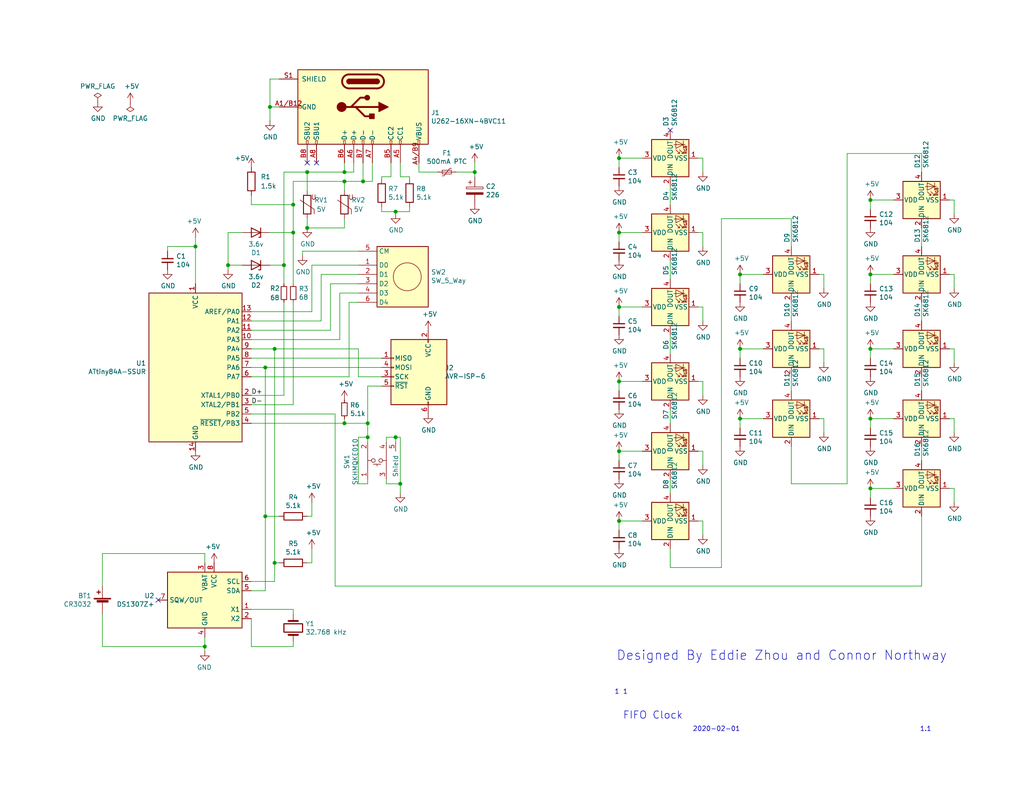
<source format=kicad_sch>
(kicad_sch (version 20211123) (generator eeschema)
  (paper "USLetter")
  (lib_symbols
    (symbol "Clock_Symbols:SKHMQKE010" (pin_names (offset 1.016))
      (property "Reference" "SW" (at 0 5.08 0))
      (property "Value" "SKHMQKE010" (at 0 -7.62 0))
      (symbol "SKHMQKE010_1_1"
        (pin passive line (at -5.08 2.54 0) (length 2.54) (name "~") (number "1"))
        (pin passive line (at 5.08 2.54 180) (length 2.54) (name "~") (number "2"))
        (pin passive line (at -5.08 -2.54 0) (length 2.54) (name "~") (number "3"))
        (pin passive line (at 5.08 -2.54 180) (length 2.54) (name "~") (number "4"))
        (pin power_in line (at 5.08 -5.08 180) (length 2.54) (name "Shield") (number "5"))
      )
    )
    (symbol "Clock_Symbols:SW_5_Way"
      (property "Reference" "SW" (at -6.35 8.89 0))
      (property "Value" "SW_5_Way" (at -6.35 -10.16 0))
      (symbol "SW_5_Way_1_1"
        (pin passive line (at 12.7 2.54 180) (length 5.08) (name "D0") (number "1"))
        (pin passive line (at 12.7 0 180) (length 5.08) (name "D1") (number "2"))
        (pin passive line (at 12.7 -2.54 180) (length 5.08) (name "D2") (number "3"))
        (pin passive line (at 12.7 -5.08 180) (length 5.08) (name "D3") (number "4"))
        (pin passive line (at 12.7 6.35 180) (length 5.08) (name "CM") (number "5"))
        (pin passive line (at 12.7 -7.62 180) (length 5.08) (name "D4") (number "6"))
      )
    )
    (symbol "Clock_Symbols:U262-16XN-4BVC11" (pin_names (offset 1.016))
      (property "Reference" "J" (at -8.89 21.59 0))
      (property "Value" "U262-16XN-4BVC11" (at 19.05 19.05 0))
      (symbol "U262-16XN-4BVC11_1_1"
        (pin power_in line (at 0 -22.86 90) (length 5.08) (name "GND") (number "A1/B12"))
        (pin passive line (at 0 -22.86 90) (length 5.08) hide (name "GND") (number "A12/B1"))
        (pin power_in line (at 15.24 15.24 180) (length 5.08) (name "VBUS") (number "A4/B9"))
        (pin bidirectional line (at 15.24 10.16 180) (length 5.08) (name "CC1") (number "A5"))
        (pin bidirectional line (at 15.24 -2.54 180) (length 5.08) (name "D+") (number "A6"))
        (pin bidirectional line (at 15.24 2.54 180) (length 5.08) (name "D-") (number "A7"))
        (pin bidirectional line (at 15.24 -12.7 180) (length 5.08) (name "SBU1") (number "A8"))
        (pin passive line (at 15.24 15.24 180) (length 5.08) hide (name "VBUS") (number "A9/B4"))
        (pin bidirectional line (at 15.24 7.62 180) (length 5.08) (name "CC2") (number "B5"))
        (pin bidirectional line (at 15.24 -5.08 180) (length 5.08) (name "D+") (number "B6"))
        (pin bidirectional line (at 15.24 0 180) (length 5.08) (name "D-") (number "B7"))
        (pin bidirectional line (at 15.24 -15.24 180) (length 5.08) (name "SBU2") (number "B8"))
        (pin passive line (at -7.62 -22.86 90) (length 5.08) (name "SHIELD") (number "S1"))
      )
    )
    (symbol "Connector:AVR-ISP-6" (pin_names (offset 1.016))
      (property "Reference" "J" (at -6.35 11.43 0))
      (property "Value" "AVR-ISP-6" (at 0 11.43 0))
      (symbol "AVR-ISP-6_1_1"
        (pin passive line (at 10.16 5.08 180) (length 2.54) (name "MISO") (number "1"))
        (pin passive line (at -2.54 12.7 270) (length 2.54) (name "VCC") (number "2"))
        (pin passive line (at 10.16 0 180) (length 2.54) (name "SCK") (number "3"))
        (pin passive line (at 10.16 2.54 180) (length 2.54) (name "MOSI") (number "4"))
        (pin passive line (at 10.16 -2.54 180) (length 2.54) (name "~{RST}") (number "5"))
        (pin passive line (at -2.54 -10.16 90) (length 2.54) (name "GND") (number "6"))
      )
    )
    (symbol "Device:Battery_Cell" (pin_numbers hide) (pin_names (offset 0) hide)
      (property "Reference" "BT" (at 2.54 2.54 0))
      (property "Value" "Battery_Cell" (at 2.54 0 0))
      (symbol "Battery_Cell_1_1"
        (pin passive line (at 0 5.08 270) (length 2.54) (name "+") (number "1"))
        (pin passive line (at 0 -2.54 90) (length 2.54) (name "-") (number "2"))
      )
    )
    (symbol "Device:CP" (pin_numbers hide) (pin_names (offset 0.254))
      (property "Reference" "C" (at 0.635 2.54 0))
      (property "Value" "Device_CP" (at 0.635 -2.54 0))
      (symbol "CP_1_1"
        (pin passive line (at 0 3.81 270) (length 2.794) (name "~") (number "1"))
        (pin passive line (at 0 -3.81 90) (length 2.794) (name "~") (number "2"))
      )
    )
    (symbol "Device:C_Small" (pin_numbers hide) (pin_names (offset 0.254) hide)
      (property "Reference" "C" (at 0.254 1.778 0))
      (property "Value" "C_Small" (at 0.254 -2.032 0))
      (symbol "C_Small_1_1"
        (pin passive line (at 0 2.54 270) (length 2.032) (name "~") (number "1"))
        (pin passive line (at 0 -2.54 90) (length 2.032) (name "~") (number "2"))
      )
    )
    (symbol "Device:Crystal" (pin_numbers hide) (pin_names (offset 1.016) hide)
      (property "Reference" "Y" (at 0 3.81 0))
      (property "Value" "Crystal" (at 0 -3.81 0))
      (symbol "Crystal_1_1"
        (pin passive line (at -3.81 0 0) (length 1.27) (name "1") (number "1"))
        (pin passive line (at 3.81 0 180) (length 1.27) (name "2") (number "2"))
      )
    )
    (symbol "Device:D_Zener" (pin_numbers hide) (pin_names (offset 1.016) hide)
      (property "Reference" "D" (at 0 2.54 0))
      (property "Value" "D_Zener" (at 0 -2.54 0))
      (symbol "D_Zener_1_1"
        (pin passive line (at -3.81 0 0) (length 2.54) (name "K") (number "1"))
        (pin passive line (at 3.81 0 180) (length 2.54) (name "A") (number "2"))
      )
    )
    (symbol "Device:Polyfuse_Small" (pin_numbers hide) (pin_names (offset 0))
      (property "Reference" "F" (at -1.905 0 90))
      (property "Value" "Polyfuse_Small" (at 1.905 0 90))
      (symbol "Polyfuse_Small_1_1"
        (pin passive line (at 0 2.54 270) (length 0.635) (name "~") (number "1"))
        (pin passive line (at 0 -2.54 90) (length 0.635) (name "~") (number "2"))
      )
    )
    (symbol "Device:R" (pin_numbers hide) (pin_names (offset 0))
      (property "Reference" "R" (at 2.032 0 90))
      (property "Value" "R" (at 0 0 90))
      (symbol "R_1_1"
        (pin passive line (at 0 3.81 270) (length 1.27) (name "~") (number "1"))
        (pin passive line (at 0 -3.81 90) (length 1.27) (name "~") (number "2"))
      )
    )
    (symbol "Device:R_Small" (pin_numbers hide) (pin_names (offset 0.254) hide)
      (property "Reference" "R" (at 0.762 0.508 0))
      (property "Value" "R_Small" (at 0.762 -1.016 0))
      (symbol "R_Small_1_1"
        (pin passive line (at 0 2.54 270) (length 0.762) (name "~") (number "1"))
        (pin passive line (at 0 -2.54 90) (length 0.762) (name "~") (number "2"))
      )
    )
    (symbol "Device:Varistor" (pin_numbers hide) (pin_names (offset 0))
      (property "Reference" "RV" (at 3.175 0 90))
      (property "Value" "Varistor" (at -3.175 0 90))
      (symbol "Varistor_0_0"
        (text "U" (at -1.778 -2.032 0) (effects (font (size 1.27 1.27))))
      )
      (symbol "Varistor_1_1"
        (pin passive line (at 0 3.81 270) (length 1.27) (name "~") (number "1"))
        (pin passive line (at 0 -3.81 90) (length 1.27) (name "~") (number "2"))
      )
    )
    (symbol "LED:SK6812" (pin_names (offset 0.254))
      (property "Reference" "D" (at 5.08 5.715 0))
      (property "Value" "SK6812" (at 1.27 -5.715 0))
      (symbol "SK6812_0_0"
        (text "RGB" (at 2.286 -4.191 0) (effects (font (size 0.762 0.762))))
      )
      (symbol "SK6812_1_1"
        (pin power_in line (at 0 -7.62 90) (length 2.54) (name "VSS") (number "1"))
        (pin input line (at -7.62 0 0) (length 2.54) (name "DIN") (number "2"))
        (pin power_in line (at 0 7.62 270) (length 2.54) (name "VDD") (number "3"))
        (pin output line (at 7.62 0 180) (length 2.54) (name "DOUT") (number "4"))
      )
    )
    (symbol "MCU_Microchip_ATtiny:ATtiny84A-SSU"
      (property "Reference" "U" (at -12.7 21.59 0))
      (property "Value" "MCU_Microchip_ATtiny_ATtiny84A-SSU" (at 2.54 -21.59 0))
      (symbol "ATtiny84A-SSU_1_1"
        (pin power_in line (at 0 22.86 270) (length 2.54) (name "VCC") (number "1"))
        (pin tri_state line (at 15.24 7.62 180) (length 2.54) (name "PA3") (number "10"))
        (pin tri_state line (at 15.24 10.16 180) (length 2.54) (name "PA2") (number "11"))
        (pin tri_state line (at 15.24 12.7 180) (length 2.54) (name "PA1") (number "12"))
        (pin tri_state line (at 15.24 15.24 180) (length 2.54) (name "AREF/PA0") (number "13"))
        (pin power_in line (at 0 -22.86 90) (length 2.54) (name "GND") (number "14"))
        (pin tri_state line (at 15.24 -7.62 180) (length 2.54) (name "XTAL1/PB0") (number "2"))
        (pin tri_state line (at 15.24 -10.16 180) (length 2.54) (name "XTAL2/PB1") (number "3"))
        (pin tri_state line (at 15.24 -15.24 180) (length 2.54) (name "~{RESET}/PB3") (number "4"))
        (pin tri_state line (at 15.24 -12.7 180) (length 2.54) (name "PB2") (number "5"))
        (pin tri_state line (at 15.24 -2.54 180) (length 2.54) (name "PA7") (number "6"))
        (pin tri_state line (at 15.24 0 180) (length 2.54) (name "PA6") (number "7"))
        (pin tri_state line (at 15.24 2.54 180) (length 2.54) (name "PA5") (number "8"))
        (pin tri_state line (at 15.24 5.08 180) (length 2.54) (name "PA4") (number "9"))
      )
    )
    (symbol "Timer_RTC:DS1307ZN+"
      (property "Reference" "U" (at -8.89 8.89 0))
      (property "Value" "DS1307ZN+" (at 1.27 8.89 0))
      (symbol "DS1307ZN+_1_1"
        (pin input line (at -12.7 -2.54 0) (length 2.54) (name "X1") (number "1"))
        (pin input line (at -12.7 -5.08 0) (length 2.54) (name "X2") (number "2"))
        (pin power_in line (at 0 10.16 270) (length 2.54) (name "VBAT") (number "3"))
        (pin power_in line (at 0 -10.16 90) (length 2.54) (name "GND") (number "4"))
        (pin bidirectional line (at -12.7 2.54 0) (length 2.54) (name "SDA") (number "5"))
        (pin input line (at -12.7 5.08 0) (length 2.54) (name "SCL") (number "6"))
        (pin open_collector line (at 12.7 0 180) (length 2.54) (name "SQW/OUT") (number "7"))
        (pin power_in line (at -2.54 10.16 270) (length 2.54) (name "VCC") (number "8"))
      )
    )
    (symbol "power:+5V" (power) (pin_names (offset 0))
      (property "Value" "+5V" (at 0 3.556 0))
      (symbol "+5V_1_1"
        (pin power_in line (at 0 0 90) (length 0) hide (name "+5V") (number "1"))
      )
    )
    (symbol "power:GND" (power) (pin_names (offset 0))
      (property "Value" "GND" (at 0 -3.81 0))
      (symbol "GND_1_1"
        (pin power_in line (at 0 0 270) (length 0) hide (name "GND") (number "1"))
      )
    )
    (symbol "power:PWR_FLAG" (power) (pin_numbers hide) (pin_names (offset 0) hide)
      (property "Value" "PWR_FLAG" (at 0 3.81 0))
      (symbol "PWR_FLAG_0_0"
        (pin power_out line (at 0 0 90) (length 0) (name "pwr") (number "1"))
      )
    )
  )
  (junction (at 107.95 119.38))
  (junction (at 201.93 74.93))
  (junction (at 237.49 114.3))
  (junction (at 168.91 63.5))
  (junction (at 72.39 140.97))
  (junction (at 168.91 83.82))
  (junction (at 73.66 29.21))
  (junction (at 74.93 95.25))
  (junction (at 109.22 132.08))
  (junction (at 83.82 62.23))
  (junction (at 168.91 104.14))
  (junction (at 99.06 49.53))
  (junction (at 168.91 142.24))
  (junction (at 80.01 63.5))
  (junction (at 53.34 67.31))
  (junction (at 83.82 46.99))
  (junction (at 237.49 54.61))
  (junction (at 100.33 115.57))
  (junction (at 201.93 114.3))
  (junction (at 93.98 46.99))
  (junction (at 62.23 72.39))
  (junction (at 107.95 57.785))
  (junction (at 77.47 72.39))
  (junction (at 168.91 123.19))
  (junction (at 80.01 55.88))
  (junction (at 237.49 133.35))
  (junction (at 100.33 119.38))
  (junction (at 201.93 95.25))
  (junction (at 74.93 153.67))
  (junction (at 237.49 95.25))
  (junction (at 129.54 46.99))
  (junction (at 93.98 49.53))
  (junction (at 55.88 176.53))
  (junction (at 237.49 74.93))
  (junction (at 93.98 115.57))
  (junction (at 72.39 100.33))
  (junction (at 168.91 43.18))
  (no_connect (at 182.88 35.56))
  (no_connect (at 43.18 163.83))
  (no_connect (at 83.82 44.45))
  (no_connect (at 86.36 44.45))
  (wire (pts (xy 105.41 130.81) (xy 105.41 132.08)))
  (wire (pts (xy 107.95 57.785) (xy 111.76 57.785)))
  (wire (pts (xy 243.84 133.35) (xy 237.49 133.35)))
  (wire (pts (xy 80.01 166.37) (xy 80.01 167.64)))
  (wire (pts (xy 191.77 142.24) (xy 191.77 146.05)))
  (wire (pts (xy 80.01 63.5) (xy 80.01 77.47)))
  (wire (pts (xy 124.46 46.99) (xy 129.54 46.99)))
  (wire (pts (xy 97.79 102.87) (xy 104.14 102.87)))
  (wire (pts (xy 259.08 95.25) (xy 260.35 95.25)))
  (wire (pts (xy 208.28 74.93) (xy 201.93 74.93)))
  (wire (pts (xy 243.84 114.3) (xy 237.49 114.3)))
  (wire (pts (xy 190.5 43.18) (xy 191.77 43.18)))
  (wire (pts (xy 74.93 95.25) (xy 74.93 153.67)))
  (wire (pts (xy 175.26 43.18) (xy 168.91 43.18)))
  (wire (pts (xy 215.9 87.63) (xy 215.9 82.55)))
  (wire (pts (xy 201.93 114.3) (xy 201.93 116.84)))
  (wire (pts (xy 55.88 177.8) (xy 55.88 176.53)))
  (wire (pts (xy 182.88 96.52) (xy 182.88 91.44)))
  (wire (pts (xy 68.58 90.17) (xy 90.17 90.17)))
  (wire (pts (xy 80.01 49.53) (xy 93.98 49.53)))
  (wire (pts (xy 168.91 142.24) (xy 168.91 144.78)))
  (wire (pts (xy 182.88 76.2) (xy 182.88 71.12)))
  (wire (pts (xy 215.9 106.68) (xy 215.9 102.87)))
  (wire (pts (xy 190.5 142.24) (xy 191.77 142.24)))
  (wire (pts (xy 68.58 115.57) (xy 93.98 115.57)))
  (wire (pts (xy 93.98 62.23) (xy 93.98 59.69)))
  (wire (pts (xy 224.79 95.25) (xy 224.79 99.06)))
  (wire (pts (xy 85.09 153.67) (xy 85.09 149.86)))
  (wire (pts (xy 92.71 80.01) (xy 92.71 92.71)))
  (wire (pts (xy 109.22 134.62) (xy 109.22 132.08)))
  (wire (pts (xy 83.82 59.69) (xy 83.82 62.23)))
  (wire (pts (xy 251.46 160.02) (xy 91.44 160.02)))
  (wire (pts (xy 72.39 100.33) (xy 72.39 140.97)))
  (wire (pts (xy 97.79 132.08) (xy 97.79 119.38)))
  (wire (pts (xy 72.39 161.29) (xy 68.58 161.29)))
  (wire (pts (xy 91.44 113.03) (xy 91.44 160.02)))
  (wire (pts (xy 106.68 44.45) (xy 106.68 48.26)))
  (wire (pts (xy 80.01 49.53) (xy 80.01 55.88)))
  (wire (pts (xy 77.47 72.39) (xy 77.47 77.47)))
  (wire (pts (xy 182.88 115.57) (xy 182.88 111.76)))
  (wire (pts (xy 251.46 67.31) (xy 251.46 62.23)))
  (wire (pts (xy 237.49 114.3) (xy 237.49 116.84)))
  (wire (pts (xy 68.58 53.34) (xy 68.58 55.88)))
  (wire (pts (xy 243.84 54.61) (xy 237.49 54.61)))
  (wire (pts (xy 101.6 44.45) (xy 101.6 49.53)))
  (wire (pts (xy 73.66 72.39) (xy 77.47 72.39)))
  (wire (pts (xy 27.94 167.64) (xy 27.94 176.53)))
  (wire (pts (xy 109.22 48.26) (xy 111.76 48.26)))
  (wire (pts (xy 72.39 140.97) (xy 76.2 140.97)))
  (wire (pts (xy 90.17 77.47) (xy 90.17 90.17)))
  (wire (pts (xy 201.93 95.25) (xy 201.93 97.79)))
  (wire (pts (xy 27.94 151.13) (xy 55.88 151.13)))
  (wire (pts (xy 111.76 48.26) (xy 111.76 48.895)))
  (wire (pts (xy 111.76 57.785) (xy 111.76 56.515)))
  (wire (pts (xy 80.01 55.88) (xy 80.01 63.5)))
  (wire (pts (xy 190.5 104.14) (xy 191.77 104.14)))
  (wire (pts (xy 215.9 121.92) (xy 215.9 132.08)))
  (wire (pts (xy 97.79 95.25) (xy 97.79 102.87)))
  (wire (pts (xy 97.79 132.08) (xy 100.33 132.08)))
  (wire (pts (xy 93.98 46.99) (xy 93.98 44.45)))
  (wire (pts (xy 93.98 114.3) (xy 93.98 115.57)))
  (wire (pts (xy 82.55 68.58) (xy 82.55 69.85)))
  (wire (pts (xy 93.98 49.53) (xy 99.06 49.53)))
  (wire (pts (xy 96.52 44.45) (xy 96.52 46.99)))
  (wire (pts (xy 97.79 68.58) (xy 82.55 68.58)))
  (wire (pts (xy 66.04 72.39) (xy 62.23 72.39)))
  (wire (pts (xy 73.66 21.59) (xy 73.66 29.21)))
  (wire (pts (xy 85.09 72.39) (xy 85.09 85.09)))
  (wire (pts (xy 168.91 123.19) (xy 168.91 125.73)))
  (wire (pts (xy 109.22 44.45) (xy 109.22 48.26)))
  (wire (pts (xy 27.94 151.13) (xy 27.94 160.02)))
  (wire (pts (xy 53.34 67.31) (xy 45.72 67.31)))
  (wire (pts (xy 87.63 74.93) (xy 97.79 74.93)))
  (wire (pts (xy 62.23 72.39) (xy 62.23 73.66)))
  (wire (pts (xy 97.79 82.55) (xy 95.25 82.55)))
  (wire (pts (xy 190.5 83.82) (xy 191.77 83.82)))
  (wire (pts (xy 109.22 132.08) (xy 109.22 119.38)))
  (wire (pts (xy 168.91 63.5) (xy 168.91 66.04)))
  (wire (pts (xy 260.35 74.93) (xy 260.35 78.74)))
  (wire (pts (xy 87.63 74.93) (xy 87.63 87.63)))
  (wire (pts (xy 260.35 95.25) (xy 260.35 99.06)))
  (wire (pts (xy 259.08 54.61) (xy 260.35 54.61)))
  (wire (pts (xy 72.39 140.97) (xy 72.39 161.29)))
  (wire (pts (xy 191.77 43.18) (xy 191.77 46.99)))
  (wire (pts (xy 107.95 119.38) (xy 105.41 119.38)))
  (wire (pts (xy 259.08 114.3) (xy 260.35 114.3)))
  (wire (pts (xy 83.82 140.97) (xy 85.09 140.97)))
  (wire (pts (xy 223.52 114.3) (xy 224.79 114.3)))
  (wire (pts (xy 191.77 67.31) (xy 191.77 63.5)))
  (wire (pts (xy 68.58 113.03) (xy 91.44 113.03)))
  (wire (pts (xy 107.95 120.65) (xy 107.95 119.38)))
  (wire (pts (xy 80.01 176.53) (xy 80.01 175.26)))
  (wire (pts (xy 175.26 142.24) (xy 168.91 142.24)))
  (wire (pts (xy 68.58 166.37) (xy 80.01 166.37)))
  (wire (pts (xy 53.34 67.31) (xy 53.34 77.47)))
  (wire (pts (xy 55.88 176.53) (xy 55.88 173.99)))
  (wire (pts (xy 45.72 67.31) (xy 45.72 68.58)))
  (wire (pts (xy 68.58 92.71) (xy 92.71 92.71)))
  (wire (pts (xy 208.28 114.3) (xy 201.93 114.3)))
  (wire (pts (xy 85.09 140.97) (xy 85.09 137.16)))
  (wire (pts (xy 68.58 97.79) (xy 104.14 97.79)))
  (wire (pts (xy 243.84 74.93) (xy 237.49 74.93)))
  (wire (pts (xy 100.33 132.08) (xy 100.33 130.81)))
  (wire (pts (xy 237.49 54.61) (xy 237.49 57.15)))
  (wire (pts (xy 231.14 41.91) (xy 251.46 41.91)))
  (wire (pts (xy 83.82 46.99) (xy 93.98 46.99)))
  (wire (pts (xy 99.06 49.53) (xy 101.6 49.53)))
  (wire (pts (xy 77.47 82.55) (xy 77.47 107.95)))
  (wire (pts (xy 182.88 134.62) (xy 182.88 130.81)))
  (wire (pts (xy 104.14 57.785) (xy 104.14 56.515)))
  (wire (pts (xy 72.39 100.33) (xy 104.14 100.33)))
  (wire (pts (xy 260.35 133.35) (xy 260.35 137.16)))
  (wire (pts (xy 68.58 176.53) (xy 80.01 176.53)))
  (wire (pts (xy 105.41 119.38) (xy 105.41 120.65)))
  (wire (pts (xy 96.52 46.99) (xy 93.98 46.99)))
  (wire (pts (xy 80.01 82.55) (xy 80.01 110.49)))
  (wire (pts (xy 129.54 46.99) (xy 129.54 48.26)))
  (wire (pts (xy 53.34 64.77) (xy 53.34 67.31)))
  (wire (pts (xy 175.26 83.82) (xy 168.91 83.82)))
  (wire (pts (xy 259.08 133.35) (xy 260.35 133.35)))
  (wire (pts (xy 107.95 58.42) (xy 107.95 57.785)))
  (wire (pts (xy 68.58 85.09) (xy 85.09 85.09)))
  (wire (pts (xy 99.06 44.45) (xy 99.06 49.53)))
  (wire (pts (xy 224.79 74.93) (xy 224.79 78.74)))
  (wire (pts (xy 114.3 46.99) (xy 114.3 44.45)))
  (wire (pts (xy 93.98 115.57) (xy 100.33 115.57)))
  (wire (pts (xy 85.09 153.67) (xy 83.82 153.67)))
  (wire (pts (xy 168.91 104.14) (xy 168.91 106.68)))
  (wire (pts (xy 83.82 52.07) (xy 83.82 46.99)))
  (wire (pts (xy 68.58 107.95) (xy 77.47 107.95)))
  (wire (pts (xy 114.3 46.99) (xy 119.38 46.99)))
  (wire (pts (xy 237.49 74.93) (xy 237.49 77.47)))
  (wire (pts (xy 55.88 151.13) (xy 55.88 153.67)))
  (wire (pts (xy 68.58 110.49) (xy 80.01 110.49)))
  (wire (pts (xy 251.46 125.73) (xy 251.46 121.92)))
  (wire (pts (xy 74.93 95.25) (xy 97.79 95.25)))
  (wire (pts (xy 100.33 105.41) (xy 104.14 105.41)))
  (wire (pts (xy 191.77 63.5) (xy 190.5 63.5)))
  (wire (pts (xy 223.52 74.93) (xy 224.79 74.93)))
  (wire (pts (xy 168.91 43.18) (xy 168.91 45.72)))
  (wire (pts (xy 109.22 119.38) (xy 107.95 119.38)))
  (wire (pts (xy 191.77 123.19) (xy 191.77 127)))
  (wire (pts (xy 201.93 74.93) (xy 201.93 77.47)))
  (wire (pts (xy 237.49 133.35) (xy 237.49 135.89)))
  (wire (pts (xy 77.47 46.99) (xy 83.82 46.99)))
  (wire (pts (xy 104.14 48.26) (xy 106.68 48.26)))
  (wire (pts (xy 77.47 46.99) (xy 77.47 72.39)))
  (wire (pts (xy 196.85 59.69) (xy 196.85 154.94)))
  (wire (pts (xy 68.58 55.88) (xy 80.01 55.88)))
  (wire (pts (xy 90.17 77.47) (xy 97.79 77.47)))
  (wire (pts (xy 100.33 119.38) (xy 100.33 115.57)))
  (wire (pts (xy 104.14 57.785) (xy 107.95 57.785)))
  (wire (pts (xy 83.82 62.23) (xy 93.98 62.23)))
  (wire (pts (xy 100.33 120.65) (xy 100.33 119.38)))
  (wire (pts (xy 251.46 87.63) (xy 251.46 82.55)))
  (wire (pts (xy 66.04 63.5) (xy 62.23 63.5)))
  (wire (pts (xy 191.77 83.82) (xy 191.77 87.63)))
  (wire (pts (xy 251.46 106.68) (xy 251.46 102.87)))
  (wire (pts (xy 62.23 63.5) (xy 62.23 72.39)))
  (wire (pts (xy 76.2 21.59) (xy 73.66 21.59)))
  (wire (pts (xy 223.52 95.25) (xy 224.79 95.25)))
  (wire (pts (xy 80.01 63.5) (xy 73.66 63.5)))
  (wire (pts (xy 93.98 52.07) (xy 93.98 49.53)))
  (wire (pts (xy 105.41 132.08) (xy 109.22 132.08)))
  (wire (pts (xy 74.93 153.67) (xy 76.2 153.67)))
  (wire (pts (xy 74.93 153.67) (xy 74.93 158.75)))
  (wire (pts (xy 231.14 41.91) (xy 231.14 132.08)))
  (wire (pts (xy 215.9 67.31) (xy 215.9 59.69)))
  (wire (pts (xy 97.79 80.01) (xy 92.71 80.01)))
  (wire (pts (xy 74.93 158.75) (xy 68.58 158.75)))
  (wire (pts (xy 260.35 114.3) (xy 260.35 118.11)))
  (wire (pts (xy 68.58 168.91) (xy 68.58 176.53)))
  (wire (pts (xy 68.58 102.87) (xy 95.25 102.87)))
  (wire (pts (xy 251.46 41.91) (xy 251.46 46.99)))
  (wire (pts (xy 129.54 44.45) (xy 129.54 46.99)))
  (wire (pts (xy 208.28 95.25) (xy 201.93 95.25)))
  (wire (pts (xy 68.58 100.33) (xy 72.39 100.33)))
  (wire (pts (xy 231.14 132.08) (xy 215.9 132.08)))
  (wire (pts (xy 243.84 95.25) (xy 237.49 95.25)))
  (wire (pts (xy 95.25 82.55) (xy 95.25 102.87)))
  (wire (pts (xy 68.58 87.63) (xy 87.63 87.63)))
  (wire (pts (xy 168.91 63.5) (xy 175.26 63.5)))
  (wire (pts (xy 175.26 104.14) (xy 168.91 104.14)))
  (wire (pts (xy 175.26 123.19) (xy 168.91 123.19)))
  (wire (pts (xy 190.5 123.19) (xy 191.77 123.19)))
  (wire (pts (xy 68.58 95.25) (xy 74.93 95.25)))
  (wire (pts (xy 182.88 55.88) (xy 182.88 50.8)))
  (wire (pts (xy 215.9 59.69) (xy 196.85 59.69)))
  (wire (pts (xy 260.35 54.61) (xy 260.35 58.42)))
  (wire (pts (xy 76.2 29.21) (xy 73.66 29.21)))
  (wire (pts (xy 85.09 72.39) (xy 97.79 72.39)))
  (wire (pts (xy 100.33 115.57) (xy 100.33 105.41)))
  (wire (pts (xy 182.88 149.86) (xy 182.88 154.94)))
  (wire (pts (xy 104.14 48.895) (xy 104.14 48.26)))
  (wire (pts (xy 100.33 119.38) (xy 97.79 119.38)))
  (wire (pts (xy 27.94 176.53) (xy 55.88 176.53)))
  (wire (pts (xy 259.08 74.93) (xy 260.35 74.93)))
  (wire (pts (xy 182.88 154.94) (xy 196.85 154.94)))
  (wire (pts (xy 191.77 104.14) (xy 191.77 107.95)))
  (wire (pts (xy 251.46 160.02) (xy 251.46 140.97)))
  (wire (pts (xy 237.49 95.25) (xy 237.49 97.79)))
  (wire (pts (xy 168.91 83.82) (xy 168.91 86.36)))
  (wire (pts (xy 73.66 29.21) (xy 73.66 33.02)))
  (wire (pts (xy 224.79 114.3) (xy 224.79 118.11)))
  (text "FIFO Clock" (at 169.926 196.596 0) (effects (font (size 2.0066 2.0066)) (justify left bottom)))
  (text "1" (at 169.926 189.738 0) (effects (font (size 1.27 1.27)) (justify left bottom)))
  (text "2020-02-01" (at 188.976 199.898 0) (effects (font (size 1.27 1.27)) (justify left bottom)))
  (text "Designed By Eddie Zhou and Connor Northway" (at 168.148 180.594 0) (effects (font (size 2.54 2.54)) (justify left bottom)))
  (text "1" (at 167.64 189.738 0) (effects (font (size 1.27 1.27)) (justify left bottom)))
  (text "1.1" (at 250.952 199.898 0) (effects (font (size 1.27 1.27)) (justify left bottom)))
  (label "D+" (at 68.58 107.95 0))
  (label "D-" (at 68.58 110.49 0))
  (symbol (lib_id "LED:SK6812") (at 182.88 142.24 90) (unit 1)
    (property "Reference" "D8" (at 181.7116 133.5786 0) (effects (justify left)))
    (property "Value" "SK6812" (at 184.023 133.5786 0) (effects (justify left)))
    (property "Footprint" "Clock_Footprints:LED_SK6812_PLCC4_5.0x5.0mm_P3.2mm_STEALTH" (effects hide))
    (property "Datasheet" "https://cdn-shop.adafruit.com/product-files/1138/SK6812+LED+datasheet+.pdf" (effects hide))
  )
  (symbol (lib_id "LED:SK6812") (at 182.88 123.19 90) (unit 1)
    (property "Reference" "D7" (at 181.7116 114.5286 0) (effects (justify left)))
    (property "Value" "SK6812" (at 184.023 114.5286 0) (effects (justify left)))
    (property "Footprint" "Clock_Footprints:LED_SK6812_PLCC4_5.0x5.0mm_P3.2mm_STEALTH" (effects hide))
    (property "Datasheet" "https://cdn-shop.adafruit.com/product-files/1138/SK6812+LED+datasheet+.pdf" (effects hide))
  )
  (symbol (lib_id "LED:SK6812") (at 182.88 104.14 90) (unit 1)
    (property "Reference" "D6" (at 181.7116 95.4786 0) (effects (justify left)))
    (property "Value" "SK6812" (at 184.023 95.4786 0) (effects (justify left)))
    (property "Footprint" "Clock_Footprints:LED_SK6812_PLCC4_5.0x5.0mm_P3.2mm_STEALTH" (effects hide))
    (property "Datasheet" "https://cdn-shop.adafruit.com/product-files/1138/SK6812+LED+datasheet+.pdf" (effects hide))
  )
  (symbol (lib_id "LED:SK6812") (at 182.88 83.82 90) (unit 1)
    (property "Reference" "D5" (at 181.7116 75.1586 0) (effects (justify left)))
    (property "Value" "SK6812" (at 184.023 75.1586 0) (effects (justify left)))
    (property "Footprint" "Clock_Footprints:LED_SK6812_PLCC4_5.0x5.0mm_P3.2mm_STEALTH" (effects hide))
    (property "Datasheet" "https://cdn-shop.adafruit.com/product-files/1138/SK6812+LED+datasheet+.pdf" (effects hide))
  )
  (symbol (lib_id "LED:SK6812") (at 182.88 63.5 90) (unit 1)
    (property "Reference" "D4" (at 181.7116 54.8386 0) (effects (justify left)))
    (property "Value" "SK6812" (at 184.023 54.8386 0) (effects (justify left)))
    (property "Footprint" "Clock_Footprints:LED_SK6812_PLCC4_5.0x5.0mm_P3.2mm_STEALTH" (effects hide))
    (property "Datasheet" "https://cdn-shop.adafruit.com/product-files/1138/SK6812+LED+datasheet+.pdf" (effects hide))
  )
  (symbol (lib_id "LED:SK6812") (at 182.88 43.18 90) (unit 1)
    (property "Reference" "D3" (at 181.7116 34.5186 0) (effects (justify left)))
    (property "Value" "SK6812" (at 184.023 34.5186 0) (effects (justify left)))
    (property "Footprint" "Clock_Footprints:LED_SK6812_PLCC4_5.0x5.0mm_P3.2mm_STEALTH" (effects hide))
    (property "Datasheet" "https://cdn-shop.adafruit.com/product-files/1138/SK6812+LED+datasheet+.pdf" (effects hide))
  )
  (symbol (lib_id "MCU_Microchip_ATtiny:ATtiny84A-SSU") (at 53.34 100.33 0) (unit 1)
    (property "Reference" "U1" (at 39.878 99.1616 0) (effects (justify right)))
    (property "Value" "ATtiny84A-SSUR" (at 39.878 101.473 0) (effects (justify right)))
    (property "Footprint" "Package_SO:SOIC-14_3.9x8.7mm_P1.27mm" (effects hide))
    (property "Datasheet" "http://ww1.microchip.com/downloads/en/DeviceDoc/doc8183.pdf" (effects hide))
  )
  (symbol (lib_id "Timer_RTC:DS1307ZN+") (at 55.88 163.83 0) (mirror y) (unit 1)
    (property "Reference" "U2" (at 42.1386 162.6616 0) (effects (justify left)))
    (property "Value" "DS1307Z+" (at 42.1386 164.973 0) (effects (justify left)))
    (property "Footprint" "Package_SO:SOIC-8_3.9x4.9mm_P1.27mm" (effects hide))
    (property "Datasheet" "https://datasheets.maximintegrated.com/en/ds/DS1307.pdf" (effects hide))
  )
  (symbol (lib_id "Device:Battery_Cell") (at 27.94 165.1 0) (mirror y) (unit 1)
    (property "Reference" "BT1" (at 24.9428 162.6616 0) (effects (justify left)))
    (property "Value" "CR3032" (at 24.9428 164.973 0) (effects (justify left)))
    (property "Footprint" "Clock_Footprints:BS-2-1" (effects hide))
  )
  (symbol (lib_id "Device:Crystal") (at 80.01 171.45 270) (unit 1)
    (property "Reference" "Y1" (at 83.3374 170.2816 90) (effects (justify left)))
    (property "Value" "32.768 kHz" (at 83.3374 172.593 90) (effects (justify left)))
    (property "Footprint" "Crystal:Crystal_DS26_D2.0mm_L6.0mm_Horizontal" (effects hide))
  )
  (symbol (lib_id "Device:C_Small") (at 168.91 48.26 0) (unit 1)
    (property "Reference" "C3" (at 171.2468 47.0916 0) (effects (justify left)))
    (property "Value" "104" (at 171.2468 49.403 0) (effects (justify left)))
    (property "Footprint" "Capacitor_SMD:C_0603_1608Metric_Pad1.05x0.95mm_HandSolder" (effects hide))
  )
  (symbol (lib_id "power:GND") (at 168.91 50.8 0) (unit 1)
    (property "Reference" "#PWR023" (effects hide))
    (property "Value" "GND" (at 169.037 55.1942 0))
  )
  (symbol (lib_id "power:+5V") (at 168.91 43.18 0) (unit 1)
    (property "Reference" "#PWR022" (effects hide))
    (property "Value" "+5V" (at 169.291 38.7858 0))
  )
  (symbol (lib_id "Device:C_Small") (at 168.91 68.58 0) (unit 1)
    (property "Reference" "C4" (at 171.2468 67.4116 0) (effects (justify left)))
    (property "Value" "104" (at 171.2468 69.723 0) (effects (justify left)))
    (property "Footprint" "Capacitor_SMD:C_0603_1608Metric_Pad1.05x0.95mm_HandSolder" (effects hide))
  )
  (symbol (lib_id "power:GND") (at 168.91 71.12 0) (unit 1)
    (property "Reference" "#PWR025" (effects hide))
    (property "Value" "GND" (at 169.037 75.5142 0))
  )
  (symbol (lib_id "power:+5V") (at 168.91 63.5 0) (unit 1)
    (property "Reference" "#PWR024" (effects hide))
    (property "Value" "+5V" (at 169.291 59.1058 0))
  )
  (symbol (lib_id "Device:C_Small") (at 168.91 88.9 0) (unit 1)
    (property "Reference" "C5" (at 171.2468 87.7316 0) (effects (justify left)))
    (property "Value" "104" (at 171.2468 90.043 0) (effects (justify left)))
    (property "Footprint" "Capacitor_SMD:C_0603_1608Metric_Pad1.05x0.95mm_HandSolder" (effects hide))
  )
  (symbol (lib_id "power:GND") (at 168.91 91.44 0) (unit 1)
    (property "Reference" "#PWR027" (effects hide))
    (property "Value" "GND" (at 169.037 95.8342 0))
  )
  (symbol (lib_id "power:+5V") (at 168.91 83.82 0) (unit 1)
    (property "Reference" "#PWR026" (effects hide))
    (property "Value" "+5V" (at 169.291 79.4258 0))
  )
  (symbol (lib_id "Device:C_Small") (at 168.91 109.22 0) (unit 1)
    (property "Reference" "C6" (at 171.2468 108.0516 0) (effects (justify left)))
    (property "Value" "104" (at 171.2468 110.363 0) (effects (justify left)))
    (property "Footprint" "Capacitor_SMD:C_0603_1608Metric_Pad1.05x0.95mm_HandSolder" (effects hide))
  )
  (symbol (lib_id "power:GND") (at 168.91 111.76 0) (unit 1)
    (property "Reference" "#PWR029" (effects hide))
    (property "Value" "GND" (at 169.037 116.1542 0))
  )
  (symbol (lib_id "power:+5V") (at 168.91 104.14 0) (unit 1)
    (property "Reference" "#PWR028" (effects hide))
    (property "Value" "+5V" (at 169.291 99.7458 0))
  )
  (symbol (lib_id "Device:C_Small") (at 168.91 128.27 0) (unit 1)
    (property "Reference" "C7" (at 171.2468 127.1016 0) (effects (justify left)))
    (property "Value" "104" (at 171.2468 129.413 0) (effects (justify left)))
    (property "Footprint" "Capacitor_SMD:C_0603_1608Metric_Pad1.05x0.95mm_HandSolder" (effects hide))
  )
  (symbol (lib_id "power:GND") (at 168.91 130.81 0) (unit 1)
    (property "Reference" "#PWR031" (effects hide))
    (property "Value" "GND" (at 169.037 135.2042 0))
  )
  (symbol (lib_id "power:+5V") (at 168.91 123.19 0) (unit 1)
    (property "Reference" "#PWR030" (effects hide))
    (property "Value" "+5V" (at 169.291 118.7958 0))
  )
  (symbol (lib_id "Device:C_Small") (at 168.91 147.32 0) (unit 1)
    (property "Reference" "C8" (at 171.2468 146.1516 0) (effects (justify left)))
    (property "Value" "104" (at 171.2468 148.463 0) (effects (justify left)))
    (property "Footprint" "Capacitor_SMD:C_0603_1608Metric_Pad1.05x0.95mm_HandSolder" (effects hide))
  )
  (symbol (lib_id "power:GND") (at 168.91 149.86 0) (unit 1)
    (property "Reference" "#PWR033" (effects hide))
    (property "Value" "GND" (at 169.037 154.2542 0))
  )
  (symbol (lib_id "power:+5V") (at 168.91 142.24 0) (unit 1)
    (property "Reference" "#PWR032" (effects hide))
    (property "Value" "+5V" (at 169.291 137.8458 0))
  )
  (symbol (lib_id "power:GND") (at 191.77 46.99 0) (unit 1)
    (property "Reference" "#PWR034" (effects hide))
    (property "Value" "GND" (at 191.897 51.3842 0))
  )
  (symbol (lib_id "power:GND") (at 191.77 67.31 0) (unit 1)
    (property "Reference" "#PWR035" (effects hide))
    (property "Value" "GND" (at 191.897 71.7042 0))
  )
  (symbol (lib_id "power:GND") (at 191.77 87.63 0) (unit 1)
    (property "Reference" "#PWR036" (effects hide))
    (property "Value" "GND" (at 191.897 92.0242 0))
  )
  (symbol (lib_id "power:GND") (at 191.77 107.95 0) (unit 1)
    (property "Reference" "#PWR037" (effects hide))
    (property "Value" "GND" (at 191.897 112.3442 0))
  )
  (symbol (lib_id "power:GND") (at 191.77 127 0) (unit 1)
    (property "Reference" "#PWR038" (effects hide))
    (property "Value" "GND" (at 191.897 131.3942 0))
  )
  (symbol (lib_id "power:GND") (at 191.77 146.05 0) (unit 1)
    (property "Reference" "#PWR039" (effects hide))
    (property "Value" "GND" (at 191.897 150.4442 0))
  )
  (symbol (lib_id "LED:SK6812") (at 215.9 114.3 90) (unit 1)
    (property "Reference" "D11" (at 214.7316 105.6386 0) (effects (justify left)))
    (property "Value" "SK6812" (at 217.043 105.6386 0) (effects (justify left)))
    (property "Footprint" "Clock_Footprints:LED_SK6812_PLCC4_5.0x5.0mm_P3.2mm_STEALTH" (effects hide))
    (property "Datasheet" "https://cdn-shop.adafruit.com/product-files/1138/SK6812+LED+datasheet+.pdf" (effects hide))
  )
  (symbol (lib_id "LED:SK6812") (at 215.9 95.25 90) (unit 1)
    (property "Reference" "D10" (at 214.7316 86.5886 0) (effects (justify left)))
    (property "Value" "SK6812" (at 217.043 86.5886 0) (effects (justify left)))
    (property "Footprint" "Clock_Footprints:LED_SK6812_PLCC4_5.0x5.0mm_P3.2mm_STEALTH" (effects hide))
    (property "Datasheet" "https://cdn-shop.adafruit.com/product-files/1138/SK6812+LED+datasheet+.pdf" (effects hide))
  )
  (symbol (lib_id "LED:SK6812") (at 215.9 74.93 90) (unit 1)
    (property "Reference" "D9" (at 214.7316 66.2686 0) (effects (justify left)))
    (property "Value" "SK6812" (at 217.043 66.2686 0) (effects (justify left)))
    (property "Footprint" "Clock_Footprints:LED_SK6812_PLCC4_5.0x5.0mm_P3.2mm_STEALTH" (effects hide))
    (property "Datasheet" "https://cdn-shop.adafruit.com/product-files/1138/SK6812+LED+datasheet+.pdf" (effects hide))
  )
  (symbol (lib_id "Device:C_Small") (at 201.93 80.01 0) (unit 1)
    (property "Reference" "C9" (at 204.2668 78.8416 0) (effects (justify left)))
    (property "Value" "104" (at 204.2668 81.153 0) (effects (justify left)))
    (property "Footprint" "Capacitor_SMD:C_0603_1608Metric_Pad1.05x0.95mm_HandSolder" (effects hide))
  )
  (symbol (lib_id "power:GND") (at 201.93 82.55 0) (unit 1)
    (property "Reference" "#PWR041" (effects hide))
    (property "Value" "GND" (at 202.057 86.9442 0))
  )
  (symbol (lib_id "power:+5V") (at 201.93 74.93 0) (unit 1)
    (property "Reference" "#PWR040" (effects hide))
    (property "Value" "+5V" (at 202.311 70.5358 0))
  )
  (symbol (lib_id "Device:C_Small") (at 201.93 100.33 0) (unit 1)
    (property "Reference" "C10" (at 204.2668 99.1616 0) (effects (justify left)))
    (property "Value" "104" (at 204.2668 101.473 0) (effects (justify left)))
    (property "Footprint" "Capacitor_SMD:C_0603_1608Metric_Pad1.05x0.95mm_HandSolder" (effects hide))
  )
  (symbol (lib_id "power:GND") (at 201.93 102.87 0) (unit 1)
    (property "Reference" "#PWR043" (effects hide))
    (property "Value" "GND" (at 202.057 107.2642 0))
  )
  (symbol (lib_id "power:+5V") (at 201.93 95.25 0) (unit 1)
    (property "Reference" "#PWR042" (effects hide))
    (property "Value" "+5V" (at 202.311 90.8558 0))
  )
  (symbol (lib_id "Device:C_Small") (at 201.93 119.38 0) (unit 1)
    (property "Reference" "C11" (at 204.2668 118.2116 0) (effects (justify left)))
    (property "Value" "104" (at 204.2668 120.523 0) (effects (justify left)))
    (property "Footprint" "Capacitor_SMD:C_0603_1608Metric_Pad1.05x0.95mm_HandSolder" (effects hide))
  )
  (symbol (lib_id "power:GND") (at 201.93 121.92 0) (unit 1)
    (property "Reference" "#PWR045" (effects hide))
    (property "Value" "GND" (at 202.057 126.3142 0))
  )
  (symbol (lib_id "power:+5V") (at 201.93 114.3 0) (unit 1)
    (property "Reference" "#PWR044" (effects hide))
    (property "Value" "+5V" (at 202.311 109.9058 0))
  )
  (symbol (lib_id "power:GND") (at 224.79 78.74 0) (unit 1)
    (property "Reference" "#PWR046" (effects hide))
    (property "Value" "GND" (at 224.917 83.1342 0))
  )
  (symbol (lib_id "power:GND") (at 224.79 99.06 0) (unit 1)
    (property "Reference" "#PWR047" (effects hide))
    (property "Value" "GND" (at 224.917 103.4542 0))
  )
  (symbol (lib_id "power:GND") (at 224.79 118.11 0) (unit 1)
    (property "Reference" "#PWR048" (effects hide))
    (property "Value" "GND" (at 224.917 122.5042 0))
  )
  (symbol (lib_id "LED:SK6812") (at 251.46 133.35 90) (unit 1)
    (property "Reference" "D16" (at 250.2916 124.6886 0) (effects (justify left)))
    (property "Value" "SK6812" (at 252.603 124.6886 0) (effects (justify left)))
    (property "Footprint" "Clock_Footprints:LED_SK6812_PLCC4_5.0x5.0mm_P3.2mm_STEALTH" (effects hide))
    (property "Datasheet" "https://cdn-shop.adafruit.com/product-files/1138/SK6812+LED+datasheet+.pdf" (effects hide))
  )
  (symbol (lib_id "LED:SK6812") (at 251.46 114.3 90) (unit 1)
    (property "Reference" "D15" (at 250.2916 105.6386 0) (effects (justify left)))
    (property "Value" "SK6812" (at 252.603 105.6386 0) (effects (justify left)))
    (property "Footprint" "Clock_Footprints:LED_SK6812_PLCC4_5.0x5.0mm_P3.2mm_STEALTH" (effects hide))
    (property "Datasheet" "https://cdn-shop.adafruit.com/product-files/1138/SK6812+LED+datasheet+.pdf" (effects hide))
  )
  (symbol (lib_id "LED:SK6812") (at 251.46 95.25 90) (unit 1)
    (property "Reference" "D14" (at 250.2916 86.5886 0) (effects (justify left)))
    (property "Value" "SK6812" (at 252.603 86.5886 0) (effects (justify left)))
    (property "Footprint" "Clock_Footprints:LED_SK6812_PLCC4_5.0x5.0mm_P3.2mm_STEALTH" (effects hide))
    (property "Datasheet" "https://cdn-shop.adafruit.com/product-files/1138/SK6812+LED+datasheet+.pdf" (effects hide))
  )
  (symbol (lib_id "LED:SK6812") (at 251.46 74.93 90) (unit 1)
    (property "Reference" "D13" (at 250.2916 66.2686 0) (effects (justify left)))
    (property "Value" "SK6812" (at 252.603 66.2686 0) (effects (justify left)))
    (property "Footprint" "Clock_Footprints:LED_SK6812_PLCC4_5.0x5.0mm_P3.2mm_STEALTH" (effects hide))
    (property "Datasheet" "https://cdn-shop.adafruit.com/product-files/1138/SK6812+LED+datasheet+.pdf" (effects hide))
  )
  (symbol (lib_id "LED:SK6812") (at 251.46 54.61 90) (unit 1)
    (property "Reference" "D12" (at 250.2916 45.9486 0) (effects (justify left)))
    (property "Value" "SK6812" (at 252.603 45.9486 0) (effects (justify left)))
    (property "Footprint" "Clock_Footprints:LED_SK6812_PLCC4_5.0x5.0mm_P3.2mm_STEALTH" (effects hide))
    (property "Datasheet" "https://cdn-shop.adafruit.com/product-files/1138/SK6812+LED+datasheet+.pdf" (effects hide))
  )
  (symbol (lib_id "Device:C_Small") (at 237.49 59.69 0) (unit 1)
    (property "Reference" "C12" (at 239.8268 58.5216 0) (effects (justify left)))
    (property "Value" "104" (at 239.8268 60.833 0) (effects (justify left)))
    (property "Footprint" "Capacitor_SMD:C_0603_1608Metric_Pad1.05x0.95mm_HandSolder" (effects hide))
  )
  (symbol (lib_id "power:GND") (at 237.49 62.23 0) (unit 1)
    (property "Reference" "#PWR050" (effects hide))
    (property "Value" "GND" (at 237.617 66.6242 0))
  )
  (symbol (lib_id "power:+5V") (at 237.49 54.61 0) (unit 1)
    (property "Reference" "#PWR049" (effects hide))
    (property "Value" "+5V" (at 237.871 50.2158 0))
  )
  (symbol (lib_id "Device:C_Small") (at 237.49 80.01 0) (unit 1)
    (property "Reference" "C13" (at 239.8268 78.8416 0) (effects (justify left)))
    (property "Value" "104" (at 239.8268 81.153 0) (effects (justify left)))
    (property "Footprint" "Capacitor_SMD:C_0603_1608Metric_Pad1.05x0.95mm_HandSolder" (effects hide))
  )
  (symbol (lib_id "power:GND") (at 237.49 82.55 0) (unit 1)
    (property "Reference" "#PWR052" (effects hide))
    (property "Value" "GND" (at 237.617 86.9442 0))
  )
  (symbol (lib_id "power:+5V") (at 237.49 74.93 0) (unit 1)
    (property "Reference" "#PWR051" (effects hide))
    (property "Value" "+5V" (at 237.871 70.5358 0))
  )
  (symbol (lib_id "Device:C_Small") (at 237.49 100.33 0) (unit 1)
    (property "Reference" "C14" (at 239.8268 99.1616 0) (effects (justify left)))
    (property "Value" "104" (at 239.8268 101.473 0) (effects (justify left)))
    (property "Footprint" "Capacitor_SMD:C_0603_1608Metric_Pad1.05x0.95mm_HandSolder" (effects hide))
  )
  (symbol (lib_id "power:GND") (at 237.49 102.87 0) (unit 1)
    (property "Reference" "#PWR054" (effects hide))
    (property "Value" "GND" (at 237.617 107.2642 0))
  )
  (symbol (lib_id "power:+5V") (at 237.49 95.25 0) (unit 1)
    (property "Reference" "#PWR053" (effects hide))
    (property "Value" "+5V" (at 237.871 90.8558 0))
  )
  (symbol (lib_id "Device:C_Small") (at 237.49 119.38 0) (unit 1)
    (property "Reference" "C15" (at 239.8268 118.2116 0) (effects (justify left)))
    (property "Value" "104" (at 239.8268 120.523 0) (effects (justify left)))
    (property "Footprint" "Capacitor_SMD:C_0603_1608Metric_Pad1.05x0.95mm_HandSolder" (effects hide))
  )
  (symbol (lib_id "power:GND") (at 237.49 121.92 0) (unit 1)
    (property "Reference" "#PWR056" (effects hide))
    (property "Value" "GND" (at 237.617 126.3142 0))
  )
  (symbol (lib_id "power:+5V") (at 237.49 114.3 0) (unit 1)
    (property "Reference" "#PWR055" (effects hide))
    (property "Value" "+5V" (at 237.871 109.9058 0))
  )
  (symbol (lib_id "Device:C_Small") (at 237.49 138.43 0) (unit 1)
    (property "Reference" "C16" (at 239.8268 137.2616 0) (effects (justify left)))
    (property "Value" "104" (at 239.8268 139.573 0) (effects (justify left)))
    (property "Footprint" "Capacitor_SMD:C_0603_1608Metric_Pad1.05x0.95mm_HandSolder" (effects hide))
  )
  (symbol (lib_id "power:GND") (at 237.49 140.97 0) (unit 1)
    (property "Reference" "#PWR058" (effects hide))
    (property "Value" "GND" (at 237.617 145.3642 0))
  )
  (symbol (lib_id "power:+5V") (at 237.49 133.35 0) (unit 1)
    (property "Reference" "#PWR057" (effects hide))
    (property "Value" "+5V" (at 237.871 128.9558 0))
  )
  (symbol (lib_id "power:GND") (at 260.35 58.42 0) (unit 1)
    (property "Reference" "#PWR059" (effects hide))
    (property "Value" "GND" (at 260.477 62.8142 0))
  )
  (symbol (lib_id "power:GND") (at 260.35 78.74 0) (unit 1)
    (property "Reference" "#PWR060" (effects hide))
    (property "Value" "GND" (at 260.477 83.1342 0))
  )
  (symbol (lib_id "power:GND") (at 260.35 99.06 0) (unit 1)
    (property "Reference" "#PWR061" (effects hide))
    (property "Value" "GND" (at 260.477 103.4542 0))
  )
  (symbol (lib_id "power:GND") (at 260.35 118.11 0) (unit 1)
    (property "Reference" "#PWR062" (effects hide))
    (property "Value" "GND" (at 260.477 122.5042 0))
  )
  (symbol (lib_id "power:GND") (at 260.35 137.16 0) (unit 1)
    (property "Reference" "#PWR063" (effects hide))
    (property "Value" "GND" (at 260.477 141.5542 0))
  )
  (symbol (lib_id "power:+5V") (at 58.42 153.67 0) (mirror y) (unit 1)
    (property "Reference" "#PWR07" (effects hide))
    (property "Value" "+5V" (at 58.039 149.2758 0))
  )
  (symbol (lib_id "power:GND") (at 53.34 123.19 0) (unit 1)
    (property "Reference" "#PWR05" (effects hide))
    (property "Value" "GND" (at 53.467 127.5842 0))
  )
  (symbol (lib_id "power:GND") (at 55.88 177.8 0) (mirror y) (unit 1)
    (property "Reference" "#PWR06" (effects hide))
    (property "Value" "GND" (at 55.753 182.1942 0))
  )
  (symbol (lib_id "power:GND") (at 73.66 33.02 0) (unit 1)
    (property "Reference" "#PWR010" (effects hide))
    (property "Value" "GND" (at 73.787 37.4142 0))
  )
  (symbol (lib_id "power:+5V") (at 129.54 44.45 0) (unit 1)
    (property "Reference" "#PWR020" (effects hide))
    (property "Value" "+5V" (at 129.921 40.0558 0))
  )
  (symbol (lib_id "Device:CP") (at 129.54 52.07 0) (unit 1)
    (property "Reference" "C2" (at 132.5372 50.9016 0) (effects (justify left)))
    (property "Value" "226" (at 132.5372 53.213 0) (effects (justify left)))
    (property "Footprint" "Capacitor_SMD:CP_Elec_6.3x5.8" (effects hide))
  )
  (symbol (lib_id "power:+5V") (at 53.34 64.77 0) (mirror y) (unit 1)
    (property "Reference" "#PWR04" (effects hide))
    (property "Value" "+5V" (at 52.959 60.3758 0))
  )
  (symbol (lib_id "Device:C_Small") (at 45.72 71.12 0) (unit 1)
    (property "Reference" "C1" (at 48.0568 69.9516 0) (effects (justify left)))
    (property "Value" "104" (at 48.0568 72.263 0) (effects (justify left)))
    (property "Footprint" "Capacitor_SMD:C_0603_1608Metric_Pad1.05x0.95mm_HandSolder" (effects hide))
  )
  (symbol (lib_id "power:GND") (at 45.72 73.66 0) (unit 1)
    (property "Reference" "#PWR03" (effects hide))
    (property "Value" "GND" (at 45.847 78.0542 0))
  )
  (symbol (lib_id "Connector:AVR-ISP-6") (at 114.3 102.87 0) (mirror y) (unit 1)
    (property "Reference" "J2" (at 121.412 100.4316 0) (effects (justify right)))
    (property "Value" "AVR-ISP-6" (at 121.412 102.743 0) (effects (justify right)))
    (property "Footprint" "Connector_PinHeader_2.54mm:PinHeader_2x03_P2.54mm_Vertical" (effects hide))
    (property "Datasheet" " ~" (effects hide))
  )
  (symbol (lib_id "power:+5V") (at 116.84 90.17 0) (unit 1)
    (property "Reference" "#PWR018" (effects hide))
    (property "Value" "+5V" (at 117.221 85.7758 0))
  )
  (symbol (lib_id "power:GND") (at 116.84 113.03 0) (unit 1)
    (property "Reference" "#PWR019" (effects hide))
    (property "Value" "GND" (at 116.967 117.4242 0))
  )
  (symbol (lib_id "power:GND") (at 129.54 55.88 0) (unit 1)
    (property "Reference" "#PWR021" (effects hide))
    (property "Value" "GND" (at 129.667 60.2742 0))
  )
  (symbol (lib_id "power:+5V") (at 68.58 45.72 0) (unit 1)
    (property "Reference" "#PWR09" (effects hide))
    (property "Value" "+5V" (at 66.04 43.18 0))
  )
  (symbol (lib_id "Device:R") (at 68.58 49.53 0) (unit 1)
    (property "Reference" "R1" (at 71.12 48.26 0) (effects (justify left)))
    (property "Value" "1.5k" (at 71.12 50.8 0) (effects (justify left)))
    (property "Footprint" "Resistor_SMD:R_0603_1608Metric_Pad1.05x0.95mm_HandSolder" (effects hide))
  )
  (symbol (lib_id "Device:R") (at 80.01 153.67 270) (unit 1)
    (property "Reference" "R5" (at 80.01 148.4122 90))
    (property "Value" "5.1k" (at 80.01 150.7236 90))
    (property "Footprint" "Resistor_SMD:R_0603_1608Metric_Pad1.05x0.95mm_HandSolder" (effects hide))
  )
  (symbol (lib_id "Device:R") (at 80.01 140.97 270) (unit 1)
    (property "Reference" "R4" (at 80.01 135.7122 90))
    (property "Value" "5.1k" (at 80.01 138.0236 90))
    (property "Footprint" "Resistor_SMD:R_0603_1608Metric_Pad1.05x0.95mm_HandSolder" (effects hide))
  )
  (symbol (lib_id "power:+5V") (at 85.09 137.16 0) (unit 1)
    (property "Reference" "#PWR013" (effects hide))
    (property "Value" "+5V" (at 85.471 132.7658 0))
  )
  (symbol (lib_id "power:+5V") (at 85.09 149.86 0) (unit 1)
    (property "Reference" "#PWR014" (effects hide))
    (property "Value" "+5V" (at 85.471 145.4658 0))
  )
  (symbol (lib_id "power:GND") (at 62.23 73.66 0) (unit 1)
    (property "Reference" "#PWR08" (effects hide))
    (property "Value" "GND" (at 62.357 78.0542 0))
  )
  (symbol (lib_id "power:GND") (at 82.55 69.85 0) (unit 1)
    (property "Reference" "#PWR011" (effects hide))
    (property "Value" "GND" (at 82.677 74.2442 0))
  )
  (symbol (lib_id "power:PWR_FLAG") (at 26.67 27.94 0) (unit 1)
    (property "Reference" "#FLG01" (effects hide))
    (property "Value" "PWR_FLAG" (at 26.67 23.5458 0))
  )
  (symbol (lib_id "power:PWR_FLAG") (at 35.56 27.94 180) (unit 1)
    (property "Reference" "#FLG02" (effects hide))
    (property "Value" "PWR_FLAG" (at 35.56 32.3342 0))
  )
  (symbol (lib_id "Clock_Symbols:SKHMQKE010") (at 102.87 125.73 90) (unit 1)
    (property "Reference" "SW1" (at 94.615 126.0602 0))
    (property "Value" "SKHMQKE010" (at 96.9264 126.0602 0))
    (property "Footprint" "Clock_Footprints:SKHMQKE010" (effects hide))
    (property "Datasheet" "https://datasheet.lcsc.com/szlcsc/ALPS-Electric-SKHMQKE010_C202416.pdf" (effects hide))
  )
  (symbol (lib_id "power:GND") (at 26.67 27.94 0) (unit 1)
    (property "Reference" "#PWR01" (effects hide))
    (property "Value" "GND" (at 26.797 32.3342 0))
  )
  (symbol (lib_id "power:+5V") (at 35.56 27.94 0) (unit 1)
    (property "Reference" "#PWR02" (effects hide))
    (property "Value" "+5V" (at 35.941 23.5458 0))
  )
  (symbol (lib_id "power:+5V") (at 93.98 109.22 0) (unit 1)
    (property "Reference" "#PWR015" (effects hide))
    (property "Value" "+5V" (at 94.361 104.8258 0))
  )
  (symbol (lib_id "Clock_Symbols:SW_5_Way") (at 110.49 74.93 0) (mirror y) (unit 1)
    (property "Reference" "SW2" (at 117.602 74.295 0) (effects (justify right)))
    (property "Value" "SW_5_Way" (at 117.602 76.6064 0) (effects (justify right)))
    (property "Footprint" "Clock_Footprints:K1-5203UA-01" (effects hide))
  )
  (symbol (lib_id "Device:R_Small") (at 93.98 111.76 0) (unit 1)
    (property "Reference" "R6" (at 95.4786 110.5916 0) (effects (justify left)))
    (property "Value" "5.1k" (at 95.4786 112.903 0) (effects (justify left)))
    (property "Footprint" "Resistor_SMD:R_0603_1608Metric_Pad1.05x0.95mm_HandSolder" (effects hide))
  )
  (symbol (lib_id "Clock_Symbols:U262-16XN-4BVC11") (at 99.06 29.21 270) (unit 1)
    (property "Reference" "J1" (at 117.602 30.7594 90) (effects (justify left)))
    (property "Value" "U262-16XN-4BVC11" (at 117.602 33.0708 90) (effects (justify left)))
    (property "Footprint" "Clock_Footprints:U262-16XN-4BVC11" (effects hide))
    (property "Datasheet" "https://www.usb.org/sites/default/files/documents/usb_type-c.zip" (effects hide))
  )
  (symbol (lib_id "Device:Varistor") (at 93.98 55.88 180) (unit 1)
    (property "Reference" "RV2" (at 97.79 54.61 0))
    (property "Value" "5V" (at 97.79 57.15 0))
    (property "Footprint" "Resistor_SMD:R_0603_1608Metric_Pad1.05x0.95mm_HandSolder" (effects hide))
  )
  (symbol (lib_id "Device:Varistor") (at 83.82 55.88 180) (unit 1)
    (property "Reference" "RV1" (at 87.63 54.61 0))
    (property "Value" "5V" (at 87.63 57.15 0))
    (property "Footprint" "Resistor_SMD:R_0603_1608Metric_Pad1.05x0.95mm_HandSolder" (effects hide))
  )
  (symbol (lib_id "power:GND") (at 109.22 134.62 0) (unit 1)
    (property "Reference" "#PWR017" (effects hide))
    (property "Value" "GND" (at 109.347 139.0142 0))
  )
  (symbol (lib_id "Device:R") (at 104.14 52.705 0) (unit 1)
    (property "Reference" "R7" (at 105.918 51.5366 0) (effects (justify left)))
    (property "Value" "5.1k" (at 105.918 53.848 0) (effects (justify left)))
    (property "Footprint" "Resistor_SMD:R_0603_1608Metric_Pad1.05x0.95mm_HandSolder" (effects hide))
  )
  (symbol (lib_id "power:GND") (at 107.95 58.42 0) (unit 1)
    (property "Reference" "#PWR016" (effects hide))
    (property "Value" "GND" (at 108.077 62.8142 0))
  )
  (symbol (lib_id "Device:D_Zener") (at 69.85 63.5 180) (unit 1)
    (property "Reference" "D1" (at 69.85 68.9864 0))
    (property "Value" "3.6v" (at 69.85 66.675 0))
    (property "Footprint" "Diode_SMD:D_SOD-123" (effects hide))
  )
  (symbol (lib_id "power:GND") (at 83.82 62.23 0) (unit 1)
    (property "Reference" "#PWR012" (effects hide))
    (property "Value" "GND" (at 83.947 66.6242 0))
  )
  (symbol (lib_id "Device:Polyfuse_Small") (at 121.92 46.99 270) (unit 1)
    (property "Reference" "F1" (at 121.92 41.783 90))
    (property "Value" "500mA PTC" (at 121.92 44.0944 90))
    (property "Footprint" "Fuse:Fuse_0805_2012Metric" (effects hide))
  )
  (symbol (lib_id "Device:D_Zener") (at 69.85 72.39 180) (unit 1)
    (property "Reference" "D2" (at 69.85 77.8764 0))
    (property "Value" "3.6v" (at 69.85 75.565 0))
    (property "Footprint" "Diode_SMD:D_SOD-123" (effects hide))
  )
  (symbol (lib_id "Device:R_Small") (at 80.01 80.01 0) (unit 1)
    (property "Reference" "R3" (at 81.5086 78.8416 0) (effects (justify left)))
    (property "Value" "68" (at 81.5086 81.153 0) (effects (justify left)))
    (property "Footprint" "Resistor_SMD:R_0603_1608Metric_Pad1.05x0.95mm_HandSolder" (effects hide))
  )
  (symbol (lib_id "Device:R_Small") (at 77.47 80.01 0) (mirror y) (unit 1)
    (property "Reference" "R2" (at 73.66 78.74 0) (effects (justify right)))
    (property "Value" "68" (at 73.66 81.28 0) (effects (justify right)))
    (property "Footprint" "Resistor_SMD:R_0603_1608Metric_Pad1.05x0.95mm_HandSolder" (effects hide))
  )
  (symbol (lib_id "Device:R") (at 111.76 52.705 0) (unit 1)
    (property "Reference" "R8" (at 113.538 51.5366 0) (effects (justify left)))
    (property "Value" "5.1k" (at 113.538 53.848 0) (effects (justify left)))
    (property "Footprint" "Resistor_SMD:R_0603_1608Metric_Pad1.05x0.95mm_HandSolder" (effects hide))
  )
)
</source>
